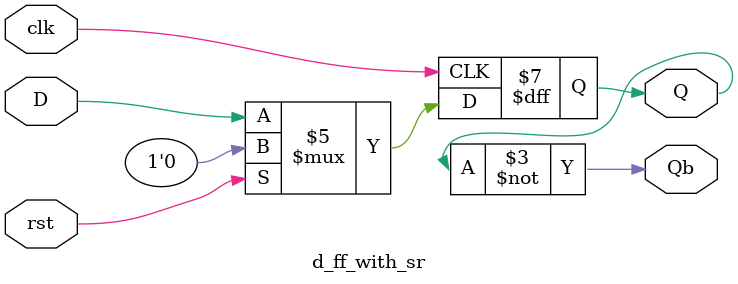
<source format=v>
module d_ff_with_sr(clk,D,Q,Qb,rst);
input clk;
input D;
input rst;
output reg Q;
output Qb;


always@(posedge clk)
begin

if(rst == 1)
  Q <= 1'b0;
else
Q <= D;

end

assign Qb = ~Q;

endmodule

</source>
